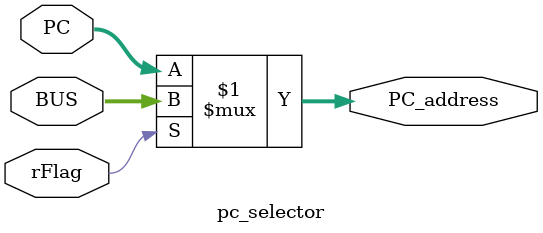
<source format=v>
module pc_selector (
    input [15:0] BUS,
    input [15:0] PC,
    input rFlag,
    output [15:0] PC_address
);
    assign PC_address = (rFlag) ? BUS : PC;
endmodule
</source>
